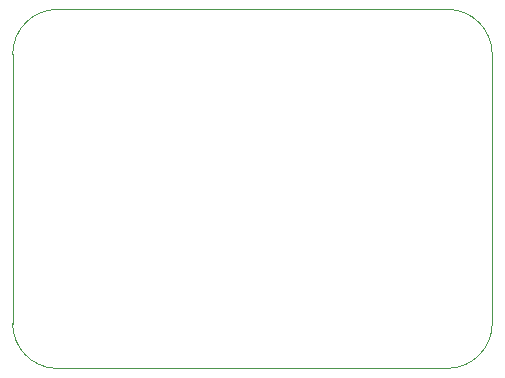
<source format=gm1>
%TF.GenerationSoftware,KiCad,Pcbnew,6.0.11-2627ca5db0~126~ubuntu22.04.1*%
%TF.CreationDate,2023-02-23T11:24:01+01:00*%
%TF.ProjectId,motordriver,6d6f746f-7264-4726-9976-65722e6b6963,rev?*%
%TF.SameCoordinates,Original*%
%TF.FileFunction,Profile,NP*%
%FSLAX46Y46*%
G04 Gerber Fmt 4.6, Leading zero omitted, Abs format (unit mm)*
G04 Created by KiCad (PCBNEW 6.0.11-2627ca5db0~126~ubuntu22.04.1) date 2023-02-23 11:24:01*
%MOMM*%
%LPD*%
G01*
G04 APERTURE LIST*
%TA.AperFunction,Profile*%
%ADD10C,0.100000*%
%TD*%
G04 APERTURE END LIST*
D10*
X156400000Y-118315000D02*
G75*
G03*
X160200000Y-114515000I0J3800000D01*
G01*
X119594741Y-114515000D02*
G75*
G03*
X123200000Y-118314999I3805259J0D01*
G01*
X160200000Y-91715000D02*
X160200000Y-114515000D01*
X156400000Y-118315000D02*
X123200000Y-118314999D01*
X123400000Y-87915000D02*
G75*
G03*
X119600000Y-91715000I0J-3800000D01*
G01*
X119594741Y-114515000D02*
X119600000Y-91715000D01*
X160200000Y-91715000D02*
G75*
G03*
X156400000Y-87915000I-3800000J0D01*
G01*
X123400000Y-87915000D02*
X156400000Y-87915000D01*
M02*

</source>
